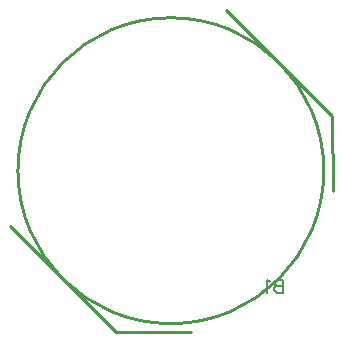
<source format=gbo>
G04 Layer: BottomSilkLayer*
G04 EasyEDA v5.9.42, Tue, 16 Apr 2019 11:47:19 GMT*
G04 d50fdd4d9f664dc78ddcbe030e5111f0*
G04 Gerber Generator version 0.2*
G04 Scale: 100 percent, Rotated: No, Reflected: No *
G04 Dimensions in inches *
G04 leading zeros omitted , absolute positions ,2 integer and 4 decimal *
%FSLAX24Y24*%
%MOIN*%
G90*
G70D02*

%ADD10C,0.010000*%
%ADD34C,0.006000*%

%LPD*%
G54D10*
G01X1927Y4912D02*
G01X5462Y1377D01*
G01X5461Y1375D02*
G01X7978Y1361D01*
G01X9137Y12122D02*
G01X12672Y8587D01*
G01X12672Y8587D02*
G01X12689Y6070D01*
G54D34*
G01X11035Y3118D02*
G01X11035Y2688D01*
G01X11035Y3118D02*
G01X10851Y3118D01*
G01X10790Y3097D01*
G01X10769Y3077D01*
G01X10749Y3036D01*
G01X10749Y2995D01*
G01X10769Y2954D01*
G01X10790Y2934D01*
G01X10851Y2913D01*
G01X11035Y2913D02*
G01X10851Y2913D01*
G01X10790Y2893D01*
G01X10769Y2872D01*
G01X10749Y2831D01*
G01X10749Y2770D01*
G01X10769Y2729D01*
G01X10790Y2709D01*
G01X10851Y2688D01*
G01X11035Y2688D01*
G01X10614Y3036D02*
G01X10573Y3056D01*
G01X10511Y3118D01*
G01X10511Y2688D01*
G54D10*
G75*
G01X12398Y6750D02*
G03X12398Y6750I-5098J0D01*
G01*
M00*
M02*

</source>
